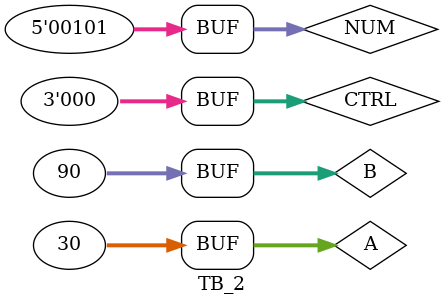
<source format=v>
module TB_2 ();
// input signal
    reg [31:0] A, B;
    reg [2:0] CTRL;
    reg [4:0] NUM;
// output signal
    wire [31:0] Y;
// signal initializing
    initial begin
        A = 30;
        B = 90;
        NUM = 5;
    end
    initial begin
            CTRL = 3'b000;
    #10     CTRL = 3'b001;
    #10     CTRL = 3'b010;
    #10     CTRL = 3'b011;
    #10     CTRL = 3'b100;
    #10     CTRL = 3'b101;
    #10     CTRL = 3'b110;
    #10     CTRL = 3'b111;
    #10     CTRL = 3'b000;
    end
// instance
    ALU U0(CTRL, NUM, A, B, Y);
endmodule // TB_2

</source>
